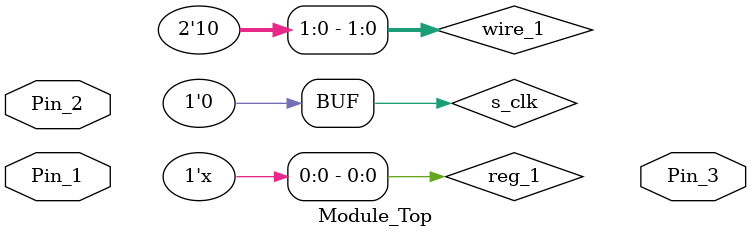
<source format=v>
/*********************************************************************/
/**************************Module_Learn******************************/
/*********************************************************************/

/*
 *@brief Module_Top Top²ãÄ£¿é¶¨Òå
*/
module Module_Top(
                    input Pin_1,
                    input Pin_2,
                    output Pin_3
                    );

parameter vriable = 10;//parameter ¶¨Òå·½·¨

//¿ÉÒÔ¸øÏßÍøÀàÐÍ·ÖÅä¿í¶È 
wire [2:0]  wire_1;
reg  [21:0] reg_1;
reg         s_clk;

initial s_clk = 0;

/*assign Ê¹ÓÃ·½·¨*/
/*assign ÊÇ²¢ÐÐ²Ù×÷µÄ*/ 
/*assign ÊÇÃèÊö×éºÏÂß¼­µÄ Õâ¾ä»°¿ÉÒÔÀí½âÎªÂß¼­ÔËËãºó½«µÃÖµÓëÏßÍøÁíÒ»¶Ë ÁíÒ»¶Ë¾ßÌåÊÇÊ²Ã´²»ºÃËµµÈGPT*/                  
assign wire_1[0] = 1'b0;
assign wire_1[1] = 1'b1;


/*alwaysÊ¹ÓÃ·½·¨ ÇÐ¼ÇÖ»Òª´øÓÐalwaysÒ»¶¨ÒªÓÐÊ±ÖÓ*/
always #10 reg_1[0] = ~reg_1[0];

/*always @(posedge reg_1[0] or posedge Pin_2)begin
    reg_1[10] = 1'b1;
end*/
                
endmodule                   
/*
 *@brief Module_Low Low²ãÄ£¿é¶¨Òå
*/
module Module_Low
                (
                   input  Pin_1,
                   input  Pin_2,
                   output Pin_3
                );

/*
 * @brief Module_E ÊµÀý»¯Ä£°å
*/
Module_Top Module_E
                   (
                    .Pin_1(Pin1),
                    .Pin_2(Pin2),
                    .Pin_3(Pin3)
                   );
endmodule

</source>
